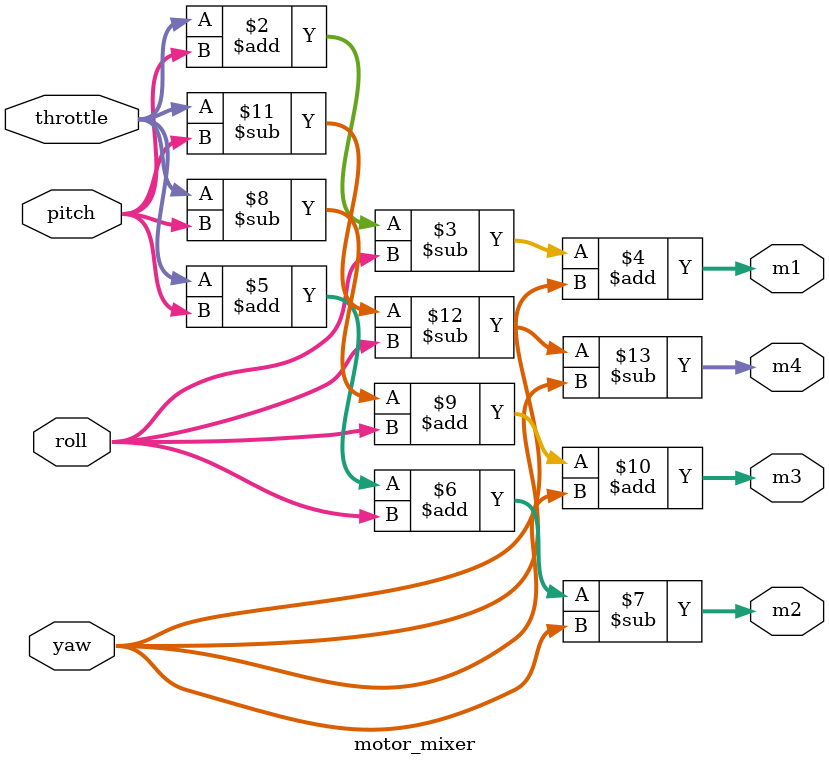
<source format=sv>
module motor_mixer (
    input  logic signed [15:0] throttle,
    input  logic signed [15:0] pitch,
    input  logic signed [15:0] roll,
    input  logic signed [15:0] yaw,

    output logic signed [15:0] m1,
    output logic signed [15:0] m2,
    output logic signed [15:0] m3,
    output logic signed [15:0] m4
);
    always_comb begin
        m1 = throttle + pitch - roll + yaw;
        m2 = throttle + pitch + roll - yaw;
        m3 = throttle - pitch + roll + yaw;
        m4 = throttle - pitch - roll - yaw;
    end
endmodule

</source>
